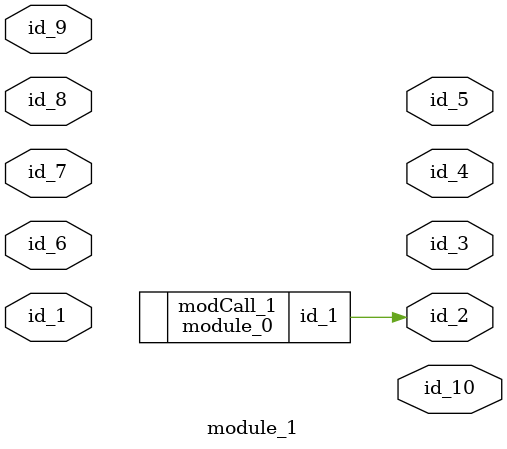
<source format=v>
module module_0 (
    id_1
);
  output wire id_1;
  parameter id_2 = 1;
endmodule
module module_1 (
    id_1,
    id_2,
    id_3,
    id_4,
    id_5,
    id_6,
    id_7,
    id_8,
    id_9,
    id_10
);
  output wire id_10;
  input wire id_9;
  inout wire id_8;
  input wire id_7;
  inout wire id_6;
  output wire id_5;
  output wire id_4;
  module_0 modCall_1 (id_2);
  output wire id_3;
  output wire id_2;
  inout wire id_1;
  parameter id_11 = 1;
endmodule

</source>
